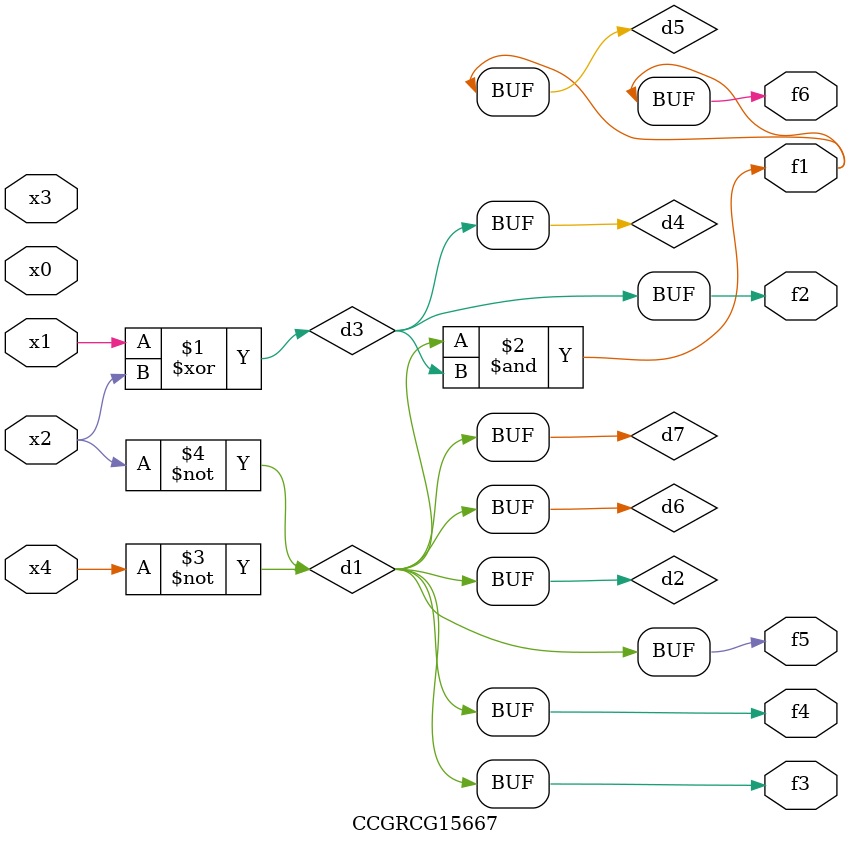
<source format=v>
module CCGRCG15667(
	input x0, x1, x2, x3, x4,
	output f1, f2, f3, f4, f5, f6
);

	wire d1, d2, d3, d4, d5, d6, d7;

	not (d1, x4);
	not (d2, x2);
	xor (d3, x1, x2);
	buf (d4, d3);
	and (d5, d1, d3);
	buf (d6, d1, d2);
	buf (d7, d2);
	assign f1 = d5;
	assign f2 = d4;
	assign f3 = d7;
	assign f4 = d7;
	assign f5 = d7;
	assign f6 = d5;
endmodule

</source>
